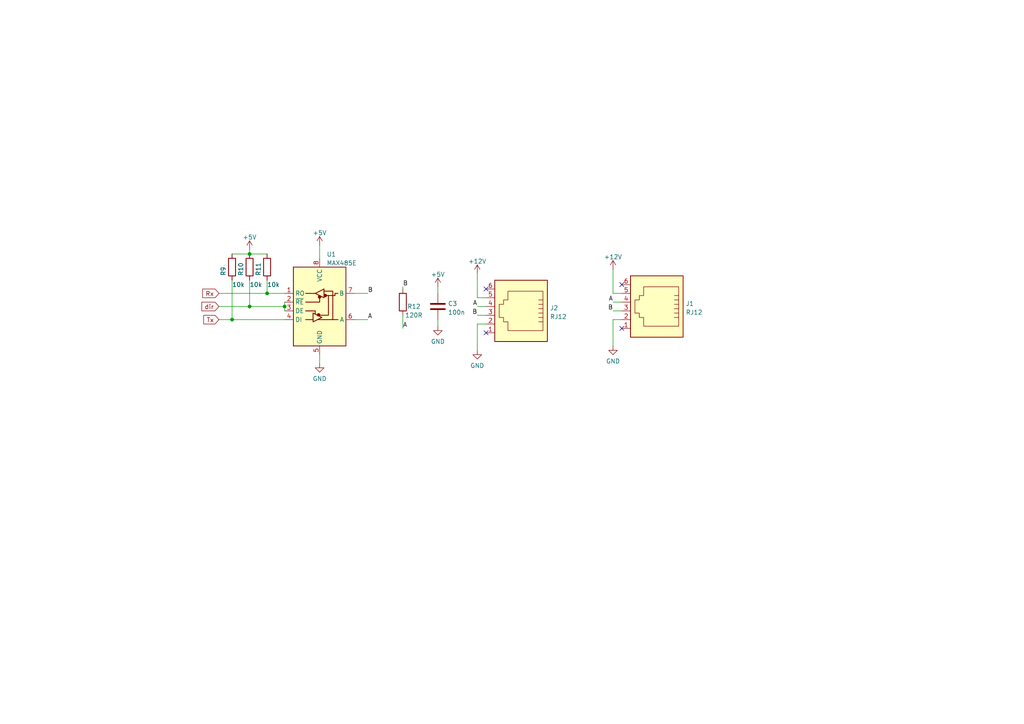
<source format=kicad_sch>
(kicad_sch (version 20211123) (generator eeschema)
  (paper "A4")
  (lib_symbols
    (symbol "Connector:RJ12" (pin_names (offset 1.016))
      (property "Reference" "J" (at -5.08 11.43 0))
      (property "Value" "RJ12" (at 2.54 11.43 0))
      (symbol "RJ12_0_1"
        (polyline (pts (xy -6.35 -1.905) (xy -5.08 -1.905) (xy -5.08 -1.905)))
        (polyline (pts (xy -6.35 -0.635) (xy -5.08 -0.635) (xy -5.08 -0.635)))
        (polyline (pts (xy -6.35 0.635) (xy -5.08 0.635) (xy -5.08 0.635)))
        (polyline (pts (xy -6.35 1.905) (xy -5.08 1.905) (xy -5.08 1.905)))
        (polyline (pts (xy -6.35 3.175) (xy -5.08 3.175) (xy -5.08 3.175)))
        (polyline (pts (xy -5.08 4.445) (xy -6.35 4.445) (xy -6.35 4.445)))
        (polyline (pts (xy -6.35 -4.445) (xy -6.35 6.985) (xy 3.81 6.985) (xy 3.81 4.445) (xy 5.08 4.445) (xy 5.08 3.175) (xy 6.35 3.175) (xy 6.35 -0.635) (xy 5.08 -0.635) (xy 5.08 -1.905) (xy 3.81 -1.905) (xy 3.81 -4.445) (xy -6.35 -4.445) (xy -6.35 -4.445)))
        (rectangle (start 7.62 10.16) (end -7.62 -7.62) (stroke (width 0.254)) (fill (type background)))
      )
      (symbol "RJ12_1_1"
        (pin passive line (at 10.16 -5.08 180) (length 2.54) (name "~") (number "1"))
        (pin passive line (at 10.16 -2.54 180) (length 2.54) (name "~") (number "2"))
        (pin passive line (at 10.16 0 180) (length 2.54) (name "~") (number "3"))
        (pin passive line (at 10.16 2.54 180) (length 2.54) (name "~") (number "4"))
        (pin passive line (at 10.16 5.08 180) (length 2.54) (name "~") (number "5"))
        (pin passive line (at 10.16 7.62 180) (length 2.54) (name "~") (number "6"))
      )
    )
    (symbol "Device:C" (pin_numbers hide) (pin_names (offset 0.254))
      (property "Reference" "C" (at 0.635 2.54 0))
      (property "Value" "C" (at 0.635 -2.54 0))
      (symbol "C_0_1"
        (polyline (pts (xy -2.032 -0.762) (xy 2.032 -0.762)) (stroke (width 0.508)))
        (polyline (pts (xy -2.032 0.762) (xy 2.032 0.762)) (stroke (width 0.508)))
      )
      (symbol "C_1_1"
        (pin passive line (at 0 3.81 270) (length 2.794) (name "~") (number "1"))
        (pin passive line (at 0 -3.81 90) (length 2.794) (name "~") (number "2"))
      )
    )
    (symbol "Device:R" (pin_numbers hide) (pin_names (offset 0))
      (property "Reference" "R" (at 2.032 0 90))
      (property "Value" "R" (at 0 0 90))
      (symbol "R_0_1"
        (rectangle (start -1.016 -2.54) (end 1.016 2.54) (stroke (width 0.254)))
      )
      (symbol "R_1_1"
        (pin passive line (at 0 3.81 270) (length 1.27) (name "~") (number "1"))
        (pin passive line (at 0 -3.81 90) (length 1.27) (name "~") (number "2"))
      )
    )
    (symbol "Interface_UART:MAX485E"
      (property "Reference" "U" (at -6.096 11.43 0))
      (property "Value" "MAX485E" (at 0.762 11.43 0))
      (symbol "MAX485E_0_1"
        (rectangle (start -7.62 10.16) (end 7.62 -12.7) (stroke (width 0.254)) (fill (type background)))
        (circle (center -0.3048 -3.683) (radius 0.3556) (stroke (width 0.254)) (fill (type outline)))
        (circle (center -0.0254 1.4986) (radius 0.3556) (stroke (width 0.254)) (fill (type outline)))
        (polyline (pts (xy -4.064 -5.08) (xy -1.905 -5.08)) (stroke (width 0.254)))
        (polyline (pts (xy -4.064 2.54) (xy -1.27 2.54)) (stroke (width 0.254)))
        (polyline (pts (xy -1.27 -3.2004) (xy -1.27 -3.4544)) (stroke (width 0.254)))
        (polyline (pts (xy -0.635 -5.08) (xy 5.334 -5.08)) (stroke (width 0.254)))
        (polyline (pts (xy -4.064 -2.54) (xy -1.27 -2.54) (xy -1.27 -3.175)) (stroke (width 0.254)))
        (polyline (pts (xy 0 1.27) (xy 0 0) (xy -4.064 0)) (stroke (width 0.254)))
        (polyline (pts (xy 1.27 3.175) (xy 3.81 3.175) (xy 3.81 -5.08)) (stroke (width 0.254)))
        (polyline (pts (xy 2.54 1.905) (xy 2.54 -3.81) (xy 0 -3.81)) (stroke (width 0.254)))
        (polyline (pts (xy -1.905 -3.175) (xy -1.905 -5.715) (xy 0.635 -4.445) (xy -1.905 -3.175)) (stroke (width 0.254)))
        (polyline (pts (xy -1.27 2.54) (xy 1.27 3.81) (xy 1.27 1.27) (xy -1.27 2.54)) (stroke (width 0.254)))
        (polyline (pts (xy 1.905 1.905) (xy 4.445 1.905) (xy 4.445 2.54) (xy 5.334 2.54)) (stroke (width 0.254)))
        (rectangle (start 1.27 3.175) (end 1.27 3.175))
        (circle (center 1.651 1.905) (radius 0.3556) (stroke (width 0.254)) (fill (type outline)))
      )
      (symbol "MAX485E_1_1"
        (pin output line (at -10.16 2.54 0) (length 2.54) (name "RO") (number "1"))
        (pin input line (at -10.16 0 0) (length 2.54) (name "~{RE}") (number "2"))
        (pin input line (at -10.16 -2.54 0) (length 2.54) (name "DE") (number "3"))
        (pin input line (at -10.16 -5.08 0) (length 2.54) (name "DI") (number "4"))
        (pin power_in line (at 0 -15.24 90) (length 2.54) (name "GND") (number "5"))
        (pin bidirectional line (at 10.16 -5.08 180) (length 2.54) (name "A") (number "6"))
        (pin bidirectional line (at 10.16 2.54 180) (length 2.54) (name "B") (number "7"))
        (pin power_in line (at 0 12.7 270) (length 2.54) (name "VCC") (number "8"))
      )
    )
    (symbol "power:+12V" (power) (pin_names (offset 0))
      (property "Value" "+12V" (at 0 3.556 0))
      (symbol "+12V_0_1"
        (polyline (pts (xy -0.762 1.27) (xy 0 2.54)))
        (polyline (pts (xy 0 0) (xy 0 2.54)))
        (polyline (pts (xy 0 2.54) (xy 0.762 1.27)))
      )
      (symbol "+12V_1_1"
        (pin power_in line (at 0 0 90) (length 0) hide (name "+12V") (number "1"))
      )
    )
    (symbol "power:+5V" (power) (pin_names (offset 0))
      (property "Value" "+5V" (at 0 3.556 0))
      (symbol "+5V_0_1"
        (polyline (pts (xy -0.762 1.27) (xy 0 2.54)))
        (polyline (pts (xy 0 0) (xy 0 2.54)))
        (polyline (pts (xy 0 2.54) (xy 0.762 1.27)))
      )
      (symbol "+5V_1_1"
        (pin power_in line (at 0 0 90) (length 0) hide (name "+5V") (number "1"))
      )
    )
    (symbol "power:GND" (power) (pin_names (offset 0))
      (property "Value" "GND" (at 0 -3.81 0))
      (symbol "GND_0_1"
        (polyline (pts (xy 0 0) (xy 0 -1.27) (xy 1.27 -1.27) (xy 0 -2.54) (xy -1.27 -1.27) (xy 0 -1.27)))
      )
      (symbol "GND_1_1"
        (pin power_in line (at 0 0 270) (length 0) hide (name "GND") (number "1"))
      )
    )
  )
  (junction (at 72.39 88.9))
  (junction (at 72.39 73.66))
  (junction (at 77.47 85.09))
  (junction (at 82.55 88.9))
  (junction (at 67.31 92.71))
  (no_connect (at 140.97 83.82))
  (no_connect (at 180.34 95.25))
  (no_connect (at 140.97 96.52))
  (no_connect (at 180.34 82.55))
  (wire (pts (xy 67.31 92.71) (xy 82.55 92.71)))
  (wire (pts (xy 72.39 73.66) (xy 77.47 73.66)))
  (wire (pts (xy 82.55 87.63) (xy 82.55 88.9)))
  (wire (pts (xy 127 83.185) (xy 127 85.09)))
  (wire (pts (xy 67.31 73.66) (xy 72.39 73.66)))
  (wire (pts (xy 177.8 85.09) (xy 177.8 78.105)))
  (wire (pts (xy 177.8 100.33) (xy 177.8 92.71)))
  (wire (pts (xy 63.5 85.09) (xy 77.47 85.09)))
  (wire (pts (xy 72.39 88.9) (xy 82.55 88.9)))
  (wire (pts (xy 140.97 88.9) (xy 138.43 88.9)))
  (wire (pts (xy 180.34 87.63) (xy 177.8 87.63)))
  (wire (pts (xy 116.84 91.44) (xy 116.84 95.25)))
  (wire (pts (xy 77.47 85.09) (xy 82.55 85.09)))
  (wire (pts (xy 140.97 91.44) (xy 138.43 91.44)))
  (wire (pts (xy 77.47 81.28) (xy 77.47 85.09)))
  (wire (pts (xy 63.5 88.9) (xy 72.39 88.9)))
  (wire (pts (xy 92.71 71.12) (xy 92.71 74.93)))
  (wire (pts (xy 180.34 85.09) (xy 177.8 85.09)))
  (wire (pts (xy 138.43 86.36) (xy 138.43 79.375)))
  (wire (pts (xy 72.39 81.28) (xy 72.39 88.9)))
  (wire (pts (xy 138.43 93.98) (xy 140.97 93.98)))
  (wire (pts (xy 116.84 83.185) (xy 116.84 83.82)))
  (wire (pts (xy 82.55 88.9) (xy 82.55 90.17)))
  (wire (pts (xy 138.43 101.6) (xy 138.43 93.98)))
  (wire (pts (xy 102.87 85.09) (xy 106.68 85.09)))
  (wire (pts (xy 92.71 102.87) (xy 92.71 105.41)))
  (wire (pts (xy 63.5 92.71) (xy 67.31 92.71)))
  (wire (pts (xy 180.34 90.17) (xy 177.8 90.17)))
  (wire (pts (xy 177.8 92.71) (xy 180.34 92.71)))
  (wire (pts (xy 127 92.71) (xy 127 94.615)))
  (wire (pts (xy 72.39 72.39) (xy 72.39 73.66)))
  (wire (pts (xy 67.31 81.28) (xy 67.31 92.71)))
  (wire (pts (xy 140.97 86.36) (xy 138.43 86.36)))
  (wire (pts (xy 102.87 92.71) (xy 106.68 92.71)))
  (label "A" (at 177.8 87.63 180))
  (label "B" (at 138.43 91.44 180))
  (label "B" (at 106.68 85.09 0))
  (label "B" (at 177.8 90.17 180))
  (label "A" (at 106.68 92.71 0))
  (label "B" (at 116.84 83.185 0))
  (label "A" (at 116.84 95.25 0))
  (label "A" (at 138.43 88.9 180))
  (global_label "dir" (shape input) (at 63.5 88.9 180) (property "Intersheet References" "${INTERSHEET_REFS}" (effects hide)))
  (global_label "Rx" (shape input) (at 63.5 85.09 180) (property "Intersheet References" "${INTERSHEET_REFS}" (effects hide)))
  (global_label "Tx" (shape input) (at 63.5 92.71 180) (property "Intersheet References" "${INTERSHEET_REFS}" (effects hide)))
  (symbol (lib_id "Device:R") (at 116.84 87.63 180) (unit 1)
    (property "Reference" "R12" (at 118.11 88.9 0) (effects (justify right)))
    (property "Value" "120R" (at 117.475 91.44 0) (effects (justify right)))
    (property "Footprint" "Resistor_SMD:R_0805_2012Metric_Pad1.20x1.40mm_HandSolder" (effects hide))
  )
  (symbol (lib_id "power:GND") (at 177.8 100.33 0) (unit 1)
    (property "Reference" "#PWR030" (effects hide))
    (property "Value" "GND" (at 177.8 104.7734 0))
  )
  (symbol (lib_id "power:+12V") (at 138.43 79.375 0) (unit 1)
    (property "Reference" "#PWR027" (effects hide))
    (property "Value" "+12V" (at 138.43 75.7992 0))
  )
  (symbol (lib_id "Connector:RJ12") (at 190.5 90.17 0) (mirror y) (unit 1)
    (property "Reference" "J1" (at 198.882 88.0653 0) (effects (justify right)))
    (property "Value" "RJ12" (at 198.882 90.6022 0) (effects (justify right)))
    (property "Footprint" "Connector_RJ:RJ12_Amphenol_54601" (effects hide))
  )
  (symbol (lib_id "power:+5V") (at 72.39 72.39 0) (unit 1)
    (property "Reference" "#PWR025" (effects hide))
    (property "Value" "+5V" (at 72.39 68.8142 0))
  )
  (symbol (lib_id "power:+5V") (at 92.71 71.12 0) (unit 1)
    (property "Reference" "#PWR024" (effects hide))
    (property "Value" "+5V" (at 92.71 67.5442 0))
  )
  (symbol (lib_id "power:GND") (at 138.43 101.6 0) (unit 1)
    (property "Reference" "#PWR031" (effects hide))
    (property "Value" "GND" (at 138.43 106.0434 0))
  )
  (symbol (lib_id "Device:R") (at 72.39 77.47 180) (unit 1)
    (property "Reference" "R10" (at 69.85 80.01 90) (effects (justify right)))
    (property "Value" "10k" (at 72.39 82.55 0) (effects (justify right)))
    (property "Footprint" "Resistor_SMD:R_0805_2012Metric_Pad1.20x1.40mm_HandSolder" (effects hide))
  )
  (symbol (lib_id "power:GND") (at 127 94.615 0) (unit 1)
    (property "Reference" "#PWR029" (effects hide))
    (property "Value" "GND" (at 127 99.0584 0))
  )
  (symbol (lib_id "Device:R") (at 77.47 77.47 180) (unit 1)
    (property "Reference" "R11" (at 74.93 80.01 90) (effects (justify right)))
    (property "Value" "10k" (at 77.47 82.55 0) (effects (justify right)))
    (property "Footprint" "Resistor_SMD:R_0805_2012Metric_Pad1.20x1.40mm_HandSolder" (effects hide))
  )
  (symbol (lib_id "Connector:RJ12") (at 151.13 91.44 0) (mirror y) (unit 1)
    (property "Reference" "J2" (at 159.512 89.3353 0) (effects (justify right)))
    (property "Value" "RJ12" (at 159.512 91.8722 0) (effects (justify right)))
    (property "Footprint" "Connector_RJ:RJ12_Amphenol_54601" (effects hide))
  )
  (symbol (lib_id "Interface_UART:MAX485E") (at 92.71 87.63 0) (unit 1)
    (property "Reference" "U1" (at 94.7294 73.7702 0) (effects (justify left)))
    (property "Value" "MAX485E" (at 94.7294 76.3071 0) (effects (justify left)))
    (property "Footprint" "Package_DIP:DIP-8_W7.62mm" (effects hide))
    (property "Datasheet" "https://datasheets.maximintegrated.com/en/ds/MAX1487E-MAX491E.pdf" (effects hide))
  )
  (symbol (lib_id "Device:C") (at 127 88.9 0) (unit 1)
    (property "Reference" "C3" (at 129.921 88.0653 0) (effects (justify left)))
    (property "Value" "100n" (at 129.921 90.6022 0) (effects (justify left)))
    (property "Footprint" "Capacitor_SMD:C_0805_2012Metric_Pad1.18x1.45mm_HandSolder" (effects hide))
  )
  (symbol (lib_id "Device:R") (at 67.31 77.47 180) (unit 1)
    (property "Reference" "R9" (at 64.77 80.01 90) (effects (justify right)))
    (property "Value" "10k" (at 67.31 82.55 0) (effects (justify right)))
    (property "Footprint" "Resistor_SMD:R_0805_2012Metric_Pad1.20x1.40mm_HandSolder" (effects hide))
  )
  (symbol (lib_id "power:GND") (at 92.71 105.41 0) (unit 1)
    (property "Reference" "#PWR032" (effects hide))
    (property "Value" "GND" (at 92.71 109.8534 0))
  )
  (symbol (lib_id "power:+5V") (at 127 83.185 0) (unit 1)
    (property "Reference" "#PWR028" (effects hide))
    (property "Value" "+5V" (at 127 79.6092 0))
  )
  (symbol (lib_id "power:+12V") (at 177.8 78.105 0) (unit 1)
    (property "Reference" "#PWR026" (effects hide))
    (property "Value" "+12V" (at 177.8 74.5292 0))
  )
)
</source>
